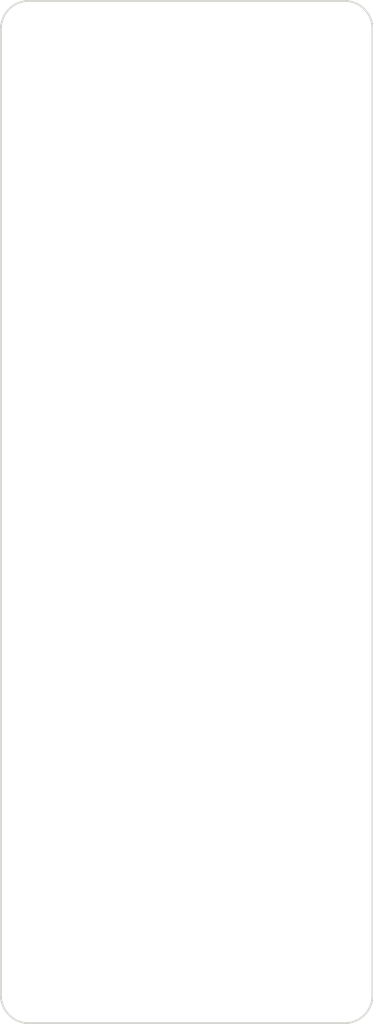
<source format=kicad_pcb>
(kicad_pcb (version 20211014) (generator pcbnew)
  (layers (0 "F.Cu" signal) (31 "B.Cu" signal) (34 "B.Paste" user) (35 "F.Paste" user) (36 "B.SilkS" user "B.Silkscreen") (37 "F.SilkS" user "F.Silkscreen") (38 "B.Mask" user) (39 "F.Mask" user) (44 "Edge.Cuts" user))
  (net 0 "")
  (footprint "kbd:thread_m2" (layer "F.Cu") (at 138.937034 117.7)
    (fp_text reference "H7" hide)
    (fp_text value "MountingHole" hide)
    (pad "" np_thru_hole circle locked (at 0 0) (size 2.3 2.3) (drill 2.3) (layers *.Cu *.Mask))
  )
  (footprint "kbd:thread_m2" (layer "F.Cu") (at 126.837034 117.7)
    (fp_text reference "H6" hide)
    (fp_text value "MountingHole" hide)
    (pad "" np_thru_hole circle locked (at 0 0) (size 2.3 2.3) (drill 2.3) (layers *.Cu *.Mask))
  )
  (gr_line (start 123.5 67.5) (end 123.5 119.5) (layer "Edge.Cuts") (width 0.1))
  (gr_arc (start 125.000002 120.999999) (mid 123.939344 120.560658) (end 123.5 119.5) (layer "Edge.Cuts") (width 0.1))
  (gr_arc (start 142.037034 66) (mid 143.097692 66.439342) (end 143.537034 67.5) (layer "Edge.Cuts") (width 0.1))
  (gr_arc (start 143.537034 119.5) (mid 143.097692 120.560658) (end 142.037034 121) (layer "Edge.Cuts") (width 0.1))
  (gr_line (start 143.537034 119.5) (end 143.537034 67.5) (layer "Edge.Cuts") (width 0.1))
  (gr_line (start 125.000001 66) (end 142.037034 66) (layer "Edge.Cuts") (width 0.1))
  (gr_line (start 142.037034 121) (end 125 121) (layer "Edge.Cuts") (width 0.1))
  (gr_arc (start 123.5 67.5) (mid 123.939342 66.439341) (end 125.000001 66) (layer "Edge.Cuts") (width 0.1))
)
</source>
